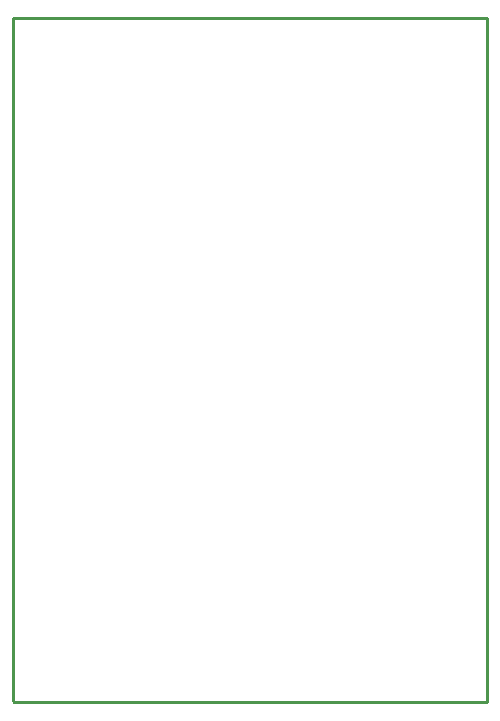
<source format=gm1>
G04*
G04 #@! TF.GenerationSoftware,Altium Limited,Altium Designer,19.1.5 (86)*
G04*
G04 Layer_Color=16711935*
%FSLAX25Y25*%
%MOIN*%
G70*
G01*
G75*
%ADD12C,0.01000*%
D12*
X10305Y361276D02*
X10594Y360987D01*
X22405D01*
X10305Y361276D02*
Y589075D01*
X22405Y360987D02*
X168074D01*
Y589075D01*
X10305D02*
X168074D01*
M02*

</source>
